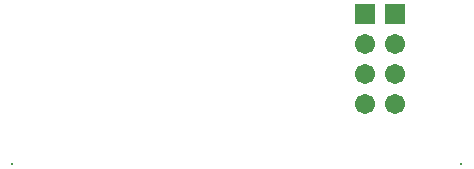
<source format=gbs>
G04 Layer_Color=16711935*
%FSLAX24Y24*%
%MOIN*%
G70*
G01*
G75*
%ADD42C,0.0080*%
%ADD43R,0.0671X0.0671*%
%ADD44C,0.0671*%
D42*
X17323Y1969D02*
D03*
X2362D02*
D03*
D43*
X14110Y6960D02*
D03*
X15110Y6957D02*
D03*
D44*
X14110Y5960D02*
D03*
Y4960D02*
D03*
Y3960D02*
D03*
X15110Y5957D02*
D03*
Y4957D02*
D03*
Y3957D02*
D03*
M02*

</source>
